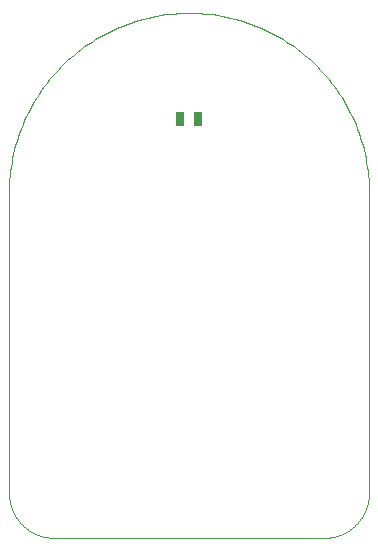
<source format=gtp>
G75*
%MOIN*%
%OFA0B0*%
%FSLAX25Y25*%
%IPPOS*%
%LPD*%
%AMOC8*
5,1,8,0,0,1.08239X$1,22.5*
%
%ADD10R,0.02500X0.05000*%
%ADD11C,0.00000*%
D10*
X0058563Y0141000D03*
X0064469Y0141000D03*
D11*
X0001500Y0116500D02*
X0001500Y0016500D01*
X0001504Y0016138D01*
X0001518Y0015775D01*
X0001539Y0015413D01*
X0001570Y0015052D01*
X0001609Y0014692D01*
X0001657Y0014333D01*
X0001714Y0013975D01*
X0001779Y0013618D01*
X0001853Y0013263D01*
X0001936Y0012910D01*
X0002027Y0012559D01*
X0002126Y0012211D01*
X0002234Y0011865D01*
X0002350Y0011521D01*
X0002475Y0011181D01*
X0002607Y0010844D01*
X0002748Y0010510D01*
X0002897Y0010179D01*
X0003054Y0009852D01*
X0003218Y0009529D01*
X0003390Y0009210D01*
X0003570Y0008896D01*
X0003758Y0008585D01*
X0003953Y0008280D01*
X0004155Y0007979D01*
X0004365Y0007683D01*
X0004581Y0007393D01*
X0004805Y0007107D01*
X0005035Y0006827D01*
X0005272Y0006553D01*
X0005516Y0006285D01*
X0005766Y0006022D01*
X0006022Y0005766D01*
X0006285Y0005516D01*
X0006553Y0005272D01*
X0006827Y0005035D01*
X0007107Y0004805D01*
X0007393Y0004581D01*
X0007683Y0004365D01*
X0007979Y0004155D01*
X0008280Y0003953D01*
X0008585Y0003758D01*
X0008896Y0003570D01*
X0009210Y0003390D01*
X0009529Y0003218D01*
X0009852Y0003054D01*
X0010179Y0002897D01*
X0010510Y0002748D01*
X0010844Y0002607D01*
X0011181Y0002475D01*
X0011521Y0002350D01*
X0011865Y0002234D01*
X0012211Y0002126D01*
X0012559Y0002027D01*
X0012910Y0001936D01*
X0013263Y0001853D01*
X0013618Y0001779D01*
X0013975Y0001714D01*
X0014333Y0001657D01*
X0014692Y0001609D01*
X0015052Y0001570D01*
X0015413Y0001539D01*
X0015775Y0001518D01*
X0016138Y0001504D01*
X0016500Y0001500D01*
X0106500Y0001500D01*
X0106862Y0001504D01*
X0107225Y0001518D01*
X0107587Y0001539D01*
X0107948Y0001570D01*
X0108308Y0001609D01*
X0108667Y0001657D01*
X0109025Y0001714D01*
X0109382Y0001779D01*
X0109737Y0001853D01*
X0110090Y0001936D01*
X0110441Y0002027D01*
X0110789Y0002126D01*
X0111135Y0002234D01*
X0111479Y0002350D01*
X0111819Y0002475D01*
X0112156Y0002607D01*
X0112490Y0002748D01*
X0112821Y0002897D01*
X0113148Y0003054D01*
X0113471Y0003218D01*
X0113790Y0003390D01*
X0114104Y0003570D01*
X0114415Y0003758D01*
X0114720Y0003953D01*
X0115021Y0004155D01*
X0115317Y0004365D01*
X0115607Y0004581D01*
X0115893Y0004805D01*
X0116173Y0005035D01*
X0116447Y0005272D01*
X0116715Y0005516D01*
X0116978Y0005766D01*
X0117234Y0006022D01*
X0117484Y0006285D01*
X0117728Y0006553D01*
X0117965Y0006827D01*
X0118195Y0007107D01*
X0118419Y0007393D01*
X0118635Y0007683D01*
X0118845Y0007979D01*
X0119047Y0008280D01*
X0119242Y0008585D01*
X0119430Y0008896D01*
X0119610Y0009210D01*
X0119782Y0009529D01*
X0119946Y0009852D01*
X0120103Y0010179D01*
X0120252Y0010510D01*
X0120393Y0010844D01*
X0120525Y0011181D01*
X0120650Y0011521D01*
X0120766Y0011865D01*
X0120874Y0012211D01*
X0120973Y0012559D01*
X0121064Y0012910D01*
X0121147Y0013263D01*
X0121221Y0013618D01*
X0121286Y0013975D01*
X0121343Y0014333D01*
X0121391Y0014692D01*
X0121430Y0015052D01*
X0121461Y0015413D01*
X0121482Y0015775D01*
X0121496Y0016138D01*
X0121500Y0016500D01*
X0121500Y0116500D01*
X0121482Y0117961D01*
X0121429Y0119421D01*
X0121340Y0120880D01*
X0121216Y0122336D01*
X0121056Y0123788D01*
X0120861Y0125236D01*
X0120630Y0126679D01*
X0120365Y0128116D01*
X0120065Y0129546D01*
X0119730Y0130968D01*
X0119360Y0132382D01*
X0118956Y0133786D01*
X0118518Y0135180D01*
X0118046Y0136563D01*
X0117541Y0137934D01*
X0117002Y0139292D01*
X0116431Y0140637D01*
X0115827Y0141967D01*
X0115191Y0143283D01*
X0114523Y0144582D01*
X0113823Y0145865D01*
X0113092Y0147130D01*
X0112331Y0148378D01*
X0111540Y0149606D01*
X0110719Y0150815D01*
X0109869Y0152003D01*
X0108990Y0153170D01*
X0108083Y0154316D01*
X0107148Y0155439D01*
X0106186Y0156539D01*
X0105198Y0157615D01*
X0104184Y0158667D01*
X0103144Y0159694D01*
X0102080Y0160695D01*
X0100992Y0161671D01*
X0099880Y0162619D01*
X0098746Y0163540D01*
X0097589Y0164433D01*
X0096412Y0165297D01*
X0095213Y0166133D01*
X0093994Y0166939D01*
X0092756Y0167716D01*
X0091500Y0168462D01*
X0090226Y0169177D01*
X0088935Y0169861D01*
X0087627Y0170513D01*
X0086304Y0171133D01*
X0084966Y0171721D01*
X0083615Y0172276D01*
X0082250Y0172798D01*
X0080873Y0173286D01*
X0079484Y0173741D01*
X0078085Y0174162D01*
X0076676Y0174549D01*
X0075258Y0174901D01*
X0073832Y0175219D01*
X0072398Y0175502D01*
X0070958Y0175750D01*
X0069513Y0175963D01*
X0068062Y0176140D01*
X0066608Y0176282D01*
X0065151Y0176389D01*
X0063691Y0176460D01*
X0062231Y0176496D01*
X0060769Y0176496D01*
X0059309Y0176460D01*
X0057849Y0176389D01*
X0056392Y0176282D01*
X0054938Y0176140D01*
X0053487Y0175963D01*
X0052042Y0175750D01*
X0050602Y0175502D01*
X0049168Y0175219D01*
X0047742Y0174901D01*
X0046324Y0174549D01*
X0044915Y0174162D01*
X0043516Y0173741D01*
X0042127Y0173286D01*
X0040750Y0172798D01*
X0039385Y0172276D01*
X0038034Y0171721D01*
X0036696Y0171133D01*
X0035373Y0170513D01*
X0034065Y0169861D01*
X0032774Y0169177D01*
X0031500Y0168462D01*
X0030244Y0167716D01*
X0029006Y0166939D01*
X0027787Y0166133D01*
X0026588Y0165297D01*
X0025411Y0164433D01*
X0024254Y0163540D01*
X0023120Y0162619D01*
X0022008Y0161671D01*
X0020920Y0160695D01*
X0019856Y0159694D01*
X0018816Y0158667D01*
X0017802Y0157615D01*
X0016814Y0156539D01*
X0015852Y0155439D01*
X0014917Y0154316D01*
X0014010Y0153170D01*
X0013131Y0152003D01*
X0012281Y0150815D01*
X0011460Y0149606D01*
X0010669Y0148378D01*
X0009908Y0147130D01*
X0009177Y0145865D01*
X0008477Y0144582D01*
X0007809Y0143283D01*
X0007173Y0141967D01*
X0006569Y0140637D01*
X0005998Y0139292D01*
X0005459Y0137934D01*
X0004954Y0136563D01*
X0004482Y0135180D01*
X0004044Y0133786D01*
X0003640Y0132382D01*
X0003270Y0130968D01*
X0002935Y0129546D01*
X0002635Y0128116D01*
X0002370Y0126679D01*
X0002139Y0125236D01*
X0001944Y0123788D01*
X0001784Y0122336D01*
X0001660Y0120880D01*
X0001571Y0119421D01*
X0001518Y0117961D01*
X0001500Y0116500D01*
M02*

</source>
